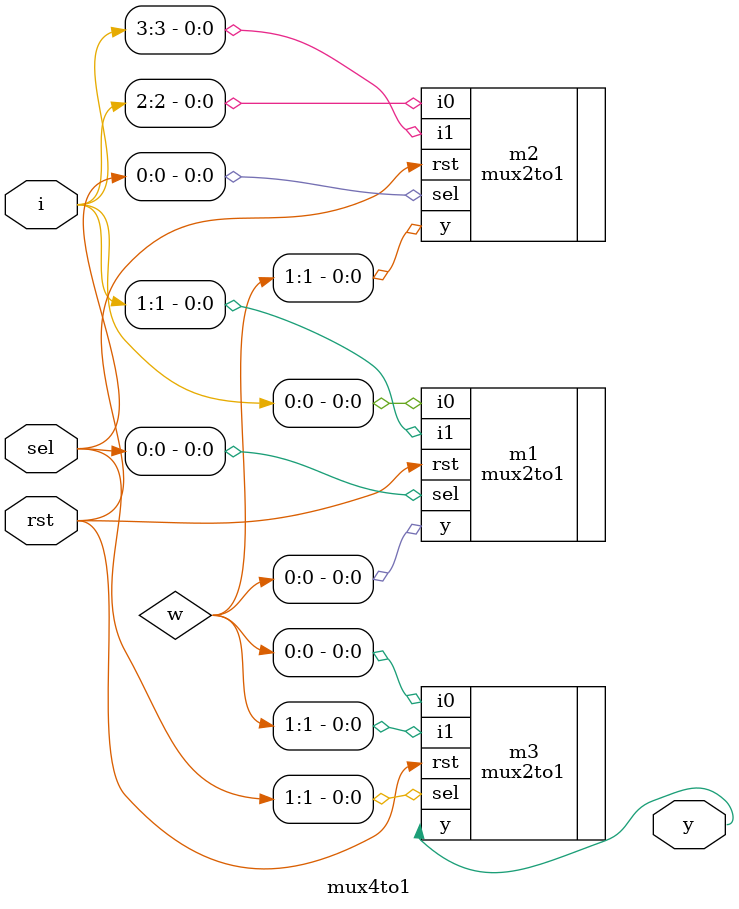
<source format=v>

module mux4to1 (y, i, sel, rst);
input [3:0] i;
input [1:0] sel;
input rst;
output y;
wire [1:0] w;
mux2to1 m1 (.y(w[0]), .i0(i[0]), .i1(i[1]), .sel(sel[0]), .rst(rst));
mux2to1 m2 (.y(w[1]), .i0(i[2]), .i1(i[3]), .sel(sel[0]), .rst(rst));
mux2to1 m3 (.y(y), .i0(w[0]), .i1(w[1]), .sel(sel[1]), .rst(rst));
endmodule
</source>
